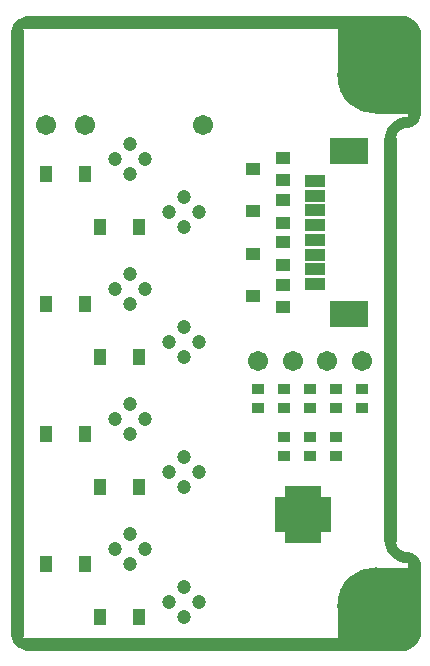
<source format=gbr>
G04*
G04 #@! TF.GenerationSoftware,Altium Limited,Altium Designer,24.1.2 (44)*
G04*
G04 Layer_Color=16711935*
%FSLAX44Y44*%
%MOMM*%
G71*
G04*
G04 #@! TF.SameCoordinates,1B47F422-010E-43AE-BF46-818BA779A623*
G04*
G04*
G04 #@! TF.FilePolarity,Negative*
G04*
G01*
G75*
%ADD13C,0.8890*%
%ADD14C,1.0922*%
%ADD15R,3.3586X3.3626*%
%ADD16R,6.5336X4.6587*%
%ADD17R,3.3782X3.3587*%
%ADD18R,3.3565X6.5340*%
%ADD19C,1.2032*%
%ADD20C,6.5532*%
%ADD21C,0.8032*%
%ADD42R,1.0032X0.9032*%
%ADD43C,1.7032*%
%ADD44R,1.1132X1.4232*%
%ADD45R,1.1132X1.4232*%
%ADD46R,1.1532X1.1032*%
%ADD47R,1.8032X1.0032*%
%ADD48R,3.2032X2.3032*%
G36*
X261853Y129046D02*
X270877D01*
Y124046D01*
Y119046D01*
X261853D01*
Y119046D01*
X270877D01*
Y114046D01*
Y109046D01*
X261853D01*
Y109046D01*
X270877D01*
Y104046D01*
Y99046D01*
X261853D01*
Y90022D01*
X251853D01*
Y99046D01*
X251853D01*
Y90022D01*
X241853D01*
Y99046D01*
X241853D01*
Y90022D01*
X231853D01*
Y99046D01*
X222829D01*
Y104046D01*
Y109046D01*
X231853D01*
Y109046D01*
X222829D01*
Y114046D01*
Y119046D01*
X231853D01*
Y119046D01*
X222829D01*
Y124046D01*
Y129046D01*
X231853D01*
Y138070D01*
X241853D01*
Y129046D01*
X241853D01*
Y138070D01*
X251853D01*
Y129046D01*
X251853D01*
Y138070D01*
X261853D01*
Y129046D01*
D02*
G37*
G36*
X339667Y45359D02*
X339687Y45359D01*
X339732Y45353D01*
X339779Y45350D01*
X339799Y45346D01*
X339819Y45343D01*
X339864Y45332D01*
X339909Y45322D01*
X339928Y45316D01*
X339948Y45311D01*
X339992Y45293D01*
X340035Y45278D01*
X340053Y45269D01*
X340072Y45261D01*
X340112Y45239D01*
X340154Y45218D01*
X340171Y45206D01*
X340188Y45196D01*
X340225Y45169D01*
X340264Y45142D01*
X340279Y45129D01*
X340295Y45117D01*
X340328Y45085D01*
X340363Y45054D01*
X340376Y45038D01*
X340391Y45024D01*
X340419Y44988D01*
X340449Y44952D01*
X340461Y44935D01*
X340473Y44919D01*
X340497Y44880D01*
X340522Y44841D01*
X340531Y44823D01*
X340541Y44805D01*
X340560Y44763D01*
X340580Y44721D01*
X340586Y44701D01*
X340594Y44683D01*
X340607Y44638D01*
X340621Y44594D01*
X342545Y37071D01*
X342549Y37048D01*
X342555Y37025D01*
X344639Y26962D01*
X344644Y26932D01*
X344650Y26902D01*
X345505Y21009D01*
X345508Y20977D01*
X345512Y20946D01*
X345940Y15705D01*
X345940Y15675D01*
X345943Y15645D01*
X345996Y13270D01*
X345994Y13228D01*
X345995Y13186D01*
X345992Y13161D01*
X345990Y13137D01*
X345983Y13096D01*
X345978Y13054D01*
X345972Y13030D01*
X345967Y13005D01*
X345955Y12965D01*
X345944Y12925D01*
X345935Y12902D01*
X345928Y12878D01*
X345910Y12840D01*
X345894Y12802D01*
X345882Y12780D01*
X345871Y12758D01*
X345849Y12722D01*
X345828Y12686D01*
X345813Y12666D01*
X345800Y12645D01*
X345773Y12613D01*
X345748Y12580D01*
X345730Y12562D01*
X345714Y12543D01*
X345684Y12515D01*
X345654Y12485D01*
X345634Y12470D01*
X345616Y12453D01*
X345582Y12429D01*
X345549Y12404D01*
X345527Y12391D01*
X345507Y12377D01*
X345470Y12357D01*
X345434Y12336D01*
X345411Y12327D01*
X345389Y12315D01*
X345350Y12301D01*
X345311Y12284D01*
X345287Y12278D01*
X345264Y12269D01*
X345223Y12260D01*
X345183Y12249D01*
X336293Y10426D01*
X336292Y10426D01*
X336292Y10426D01*
X336213Y10415D01*
X336161Y10408D01*
X336161D01*
X336160Y10408D01*
X336066Y10407D01*
X336028Y10407D01*
X336027Y10407D01*
X336027D01*
X335954Y10417D01*
X335896Y10424D01*
X335895Y10424D01*
X335895Y10424D01*
X335822Y10443D01*
X335767Y10458D01*
X335766Y10458D01*
X335766Y10458D01*
X335694Y10487D01*
X335643Y10508D01*
X335643Y10508D01*
X335643Y10508D01*
X335589Y10539D01*
X335528Y10574D01*
X335527Y10574D01*
X335527Y10574D01*
X335468Y10619D01*
X335421Y10654D01*
X335421Y10654D01*
X335421Y10655D01*
X335362Y10713D01*
X335327Y10748D01*
X335327Y10748D01*
X335326Y10748D01*
X335284Y10803D01*
X335245Y10853D01*
X335245Y10853D01*
X335245Y10854D01*
X335210Y10913D01*
X335178Y10968D01*
X335178Y10968D01*
X335177Y10969D01*
X335153Y11028D01*
X335126Y11091D01*
X335126Y11091D01*
X335126Y11091D01*
X335112Y11143D01*
X335091Y11219D01*
X335091Y11219D01*
X335091Y11220D01*
X335082Y11284D01*
X335073Y11351D01*
Y11351D01*
X335073Y11352D01*
X335008Y12264D01*
X334861Y12800D01*
X334705Y13043D01*
X334569Y13132D01*
X334302Y13173D01*
X333777Y13088D01*
X333006Y12793D01*
X332368Y12445D01*
X332047Y11884D01*
X331721Y11113D01*
X331604Y10578D01*
X331625Y10310D01*
X331679Y10211D01*
X331837Y10097D01*
X332268Y9967D01*
X333078Y9905D01*
X333120Y9899D01*
X333163Y9895D01*
X333186Y9890D01*
X333210Y9886D01*
X333251Y9875D01*
X333293Y9865D01*
X333315Y9857D01*
X333338Y9851D01*
X333377Y9834D01*
X333417Y9819D01*
X333439Y9808D01*
X333461Y9798D01*
X333497Y9777D01*
X333535Y9757D01*
X333555Y9742D01*
X333575Y9730D01*
X333609Y9704D01*
X333644Y9679D01*
X333661Y9663D01*
X333680Y9648D01*
X333710Y9618D01*
X333741Y9589D01*
X333756Y9570D01*
X333773Y9553D01*
X333799Y9519D01*
X333826Y9486D01*
X333839Y9466D01*
X333853Y9446D01*
X333874Y9409D01*
X333897Y9373D01*
X333907Y9351D01*
X333918Y9330D01*
X333934Y9290D01*
X333952Y9252D01*
X333959Y9229D01*
X333968Y9207D01*
X333979Y9165D01*
X333991Y9125D01*
X333995Y9101D01*
X334001Y9078D01*
X334006Y9035D01*
X334013Y8993D01*
X334014Y8969D01*
X334017Y8946D01*
X334016Y8903D01*
X334018Y8860D01*
X334016Y8836D01*
X334016Y8812D01*
X334009Y8770D01*
X334005Y8727D01*
X332569Y-162D01*
X332555Y-222D01*
X332541Y-286D01*
X332539Y-289D01*
X332539Y-292D01*
X332517Y-351D01*
X332495Y-411D01*
X332494Y-414D01*
X332492Y-417D01*
X332461Y-476D01*
X332433Y-529D01*
X332432Y-532D01*
X332430Y-535D01*
X332393Y-587D01*
X332357Y-638D01*
X332355Y-640D01*
X332353Y-643D01*
X332310Y-689D01*
X332267Y-736D01*
X332264Y-738D01*
X332262Y-741D01*
X332215Y-780D01*
X332165Y-822D01*
X332162Y-824D01*
X332159Y-826D01*
X332107Y-858D01*
X332052Y-893D01*
X332049Y-895D01*
X332046Y-896D01*
X331992Y-921D01*
X331932Y-949D01*
X331928Y-950D01*
X331925Y-952D01*
X331867Y-970D01*
X331805Y-989D01*
X331801Y-990D01*
X331798Y-991D01*
X331734Y-1001D01*
X331673Y-1012D01*
X331670Y-1012D01*
X331667Y-1013D01*
X331605Y-1015D01*
X331540Y-1018D01*
X329162Y-964D01*
X329132Y-961D01*
X329102Y-961D01*
X323863Y-529D01*
X323831Y-524D01*
X323799Y-522D01*
X317917Y342D01*
X317887Y348D01*
X317856Y353D01*
X307826Y2457D01*
X307803Y2464D01*
X307780Y2468D01*
X300289Y4411D01*
X300244Y4426D01*
X300199Y4439D01*
X300181Y4447D01*
X300162Y4453D01*
X300120Y4473D01*
X300077Y4492D01*
X300060Y4502D01*
X300042Y4511D01*
X300003Y4536D01*
X299963Y4561D01*
X299947Y4573D01*
X299931Y4584D01*
X299895Y4615D01*
X299859Y4644D01*
X299845Y4658D01*
X299830Y4671D01*
X299799Y4706D01*
X299766Y4740D01*
X299755Y4756D01*
X299742Y4770D01*
X299715Y4809D01*
X299687Y4847D01*
X299678Y4864D01*
X299667Y4881D01*
X299646Y4922D01*
X299623Y4964D01*
X299616Y4982D01*
X299607Y4999D01*
X299591Y5044D01*
X299574Y5088D01*
X299569Y5107D01*
X299563Y5125D01*
X299553Y5171D01*
X299542Y5217D01*
X299540Y5236D01*
X299536Y5256D01*
X299533Y5303D01*
X299527Y5349D01*
X299528Y5369D01*
X299526Y5389D01*
X299529Y5436D01*
X299530Y5482D01*
X299533Y5502D01*
X299534Y5521D01*
X299543Y5567D01*
X299550Y5614D01*
X299555Y5633D01*
X299559Y5652D01*
X299573Y5697D01*
X299587Y5742D01*
X299594Y5760D01*
X299601Y5779D01*
X299621Y5821D01*
X299640Y5864D01*
X299650Y5881D01*
X299659Y5899D01*
X299684Y5938D01*
X299709Y5978D01*
X299721Y5993D01*
X299732Y6010D01*
X299762Y6046D01*
X299792Y6082D01*
X299806Y6096D01*
X299819Y6111D01*
X299853Y6142D01*
X299888Y6175D01*
X299904Y6187D01*
X299918Y6199D01*
X299957Y6226D01*
X299995Y6254D01*
X300012Y6263D01*
X300028Y6274D01*
X300070Y6295D01*
X300111Y6318D01*
X300130Y6325D01*
X300147Y6334D01*
X300191Y6350D01*
X300235Y6367D01*
X329259Y15611D01*
X338666Y44656D01*
X338683Y44699D01*
X338698Y44742D01*
X338708Y44760D01*
X338715Y44779D01*
X338738Y44820D01*
X338759Y44861D01*
X338770Y44878D01*
X338780Y44896D01*
X338808Y44932D01*
X338834Y44971D01*
X338848Y44986D01*
X338860Y45002D01*
X338892Y45035D01*
X338923Y45070D01*
X338938Y45083D01*
X338952Y45098D01*
X338989Y45126D01*
X339024Y45157D01*
X339041Y45168D01*
X339057Y45181D01*
X339097Y45204D01*
X339136Y45229D01*
X339154Y45238D01*
X339171Y45249D01*
X339214Y45267D01*
X339256Y45287D01*
X339275Y45293D01*
X339294Y45301D01*
X339338Y45314D01*
X339382Y45328D01*
X339403Y45332D01*
X339422Y45338D01*
X339467Y45344D01*
X339513Y45353D01*
X339534Y45354D01*
X339554Y45357D01*
X339600Y45357D01*
X339646Y45360D01*
X339667Y45359D01*
D02*
G37*
D13*
X334968Y446445D02*
X332468Y446221D01*
X330045Y445568D01*
X327771Y444505D01*
X325715Y443065D01*
X323940Y441290D01*
X322499Y439235D01*
X321435Y436962D01*
X320781Y434538D01*
X320556Y432038D01*
X320555Y92000D02*
X320774Y89492D01*
X321426Y87059D01*
X322490Y84777D01*
X323935Y82715D01*
X325715Y80934D01*
X327777Y79490D01*
X330060Y78426D01*
X332492Y77775D01*
X335000Y77555D01*
X12000Y530555D02*
X9665Y530185D01*
X7559Y529112D01*
X5888Y527441D01*
X4815Y525335D01*
X4445Y523000D01*
X340554Y452520D02*
X340523Y451758D01*
X335010Y446445D02*
X337621Y447102D01*
X339617Y448909D01*
X340528Y451443D01*
X333000Y4445D02*
X335758Y4966D01*
X338135Y6458D01*
X339803Y8714D01*
X340533Y11424D01*
Y72491D02*
X339638Y75057D01*
X337634Y76891D01*
X335000Y77555D01*
X4445Y12000D02*
X4815Y9665D01*
X5888Y7559D01*
X7559Y5888D01*
X9665Y4815D01*
X12000Y4445D01*
X340533Y523583D02*
X339801Y526290D01*
X338132Y528545D01*
X335756Y530034D01*
X333000Y530555D01*
D14*
X12000Y4445D02*
X333000D01*
X320555Y92000D02*
Y431903D01*
X12000Y530555D02*
X333000D01*
X340533Y11424D02*
Y72491D01*
X340554Y452520D02*
Y523163D01*
X4445Y12000D02*
Y523000D01*
D15*
X324777Y470203D02*
D03*
D16*
X308902Y508278D02*
D03*
D17*
X293125Y20222D02*
D03*
D18*
X324767Y36099D02*
D03*
D19*
X100500Y71800D02*
D03*
X87800Y84500D02*
D03*
X113200D02*
D03*
X100500Y97200D02*
D03*
X146300Y27100D02*
D03*
X133600Y39800D02*
D03*
X159000D02*
D03*
X146300Y52500D02*
D03*
X100500Y427200D02*
D03*
X113200Y414500D02*
D03*
X87800D02*
D03*
X100500Y401800D02*
D03*
X146300Y382500D02*
D03*
X159000Y369800D02*
D03*
X133600D02*
D03*
X146300Y357100D02*
D03*
X100500Y317200D02*
D03*
X113200Y304500D02*
D03*
X87800D02*
D03*
X100500Y291800D02*
D03*
X146300Y272500D02*
D03*
X159000Y259800D02*
D03*
X133600D02*
D03*
X146300Y247100D02*
D03*
X100500Y207200D02*
D03*
X113200Y194500D02*
D03*
X87800D02*
D03*
X100500Y181800D02*
D03*
X146300Y162500D02*
D03*
X159000Y149800D02*
D03*
X133600D02*
D03*
X146300Y137100D02*
D03*
X325164Y469836D02*
D03*
X292836D02*
D03*
Y502164D02*
D03*
X325164D02*
D03*
X331860Y486000D02*
D03*
X309000Y463140D02*
D03*
X286140Y486000D02*
D03*
X309000Y508860D02*
D03*
X325164Y19835D02*
D03*
X292836D02*
D03*
Y52165D02*
D03*
X325164D02*
D03*
X331860Y36000D02*
D03*
X309000Y13140D02*
D03*
X286140Y36000D02*
D03*
X309000Y58860D02*
D03*
D20*
Y486000D02*
D03*
Y36000D02*
D03*
D21*
X333114Y530371D02*
D03*
X317114Y530356D02*
D03*
X301114D02*
D03*
X285114D02*
D03*
X269114D02*
D03*
X253114D02*
D03*
X237114D02*
D03*
X221114D02*
D03*
X205114D02*
D03*
X189114D02*
D03*
X173114D02*
D03*
X157114D02*
D03*
X141114D02*
D03*
X125114D02*
D03*
X109114D02*
D03*
X93114D02*
D03*
X77114D02*
D03*
X61114D02*
D03*
X45114D02*
D03*
X29114D02*
D03*
X13114D02*
D03*
X4644Y516782D02*
D03*
Y500782D02*
D03*
Y484782D02*
D03*
Y468782D02*
D03*
Y452782D02*
D03*
Y436782D02*
D03*
Y420782D02*
D03*
Y404782D02*
D03*
Y388782D02*
D03*
Y372782D02*
D03*
Y356782D02*
D03*
Y340782D02*
D03*
Y324782D02*
D03*
Y308782D02*
D03*
Y292782D02*
D03*
Y276782D02*
D03*
Y260782D02*
D03*
Y244782D02*
D03*
Y228782D02*
D03*
Y212782D02*
D03*
Y196782D02*
D03*
Y180782D02*
D03*
Y164782D02*
D03*
Y148782D02*
D03*
Y132782D02*
D03*
Y116782D02*
D03*
Y100782D02*
D03*
Y84782D02*
D03*
Y68782D02*
D03*
Y52782D02*
D03*
Y36782D02*
D03*
Y20782D02*
D03*
X8860Y5348D02*
D03*
X24845Y4644D02*
D03*
X40845D02*
D03*
X56845D02*
D03*
X72845D02*
D03*
X88845D02*
D03*
X104845D02*
D03*
X120845D02*
D03*
X136845D02*
D03*
X152845D02*
D03*
X168845D02*
D03*
X184845D02*
D03*
X200845D02*
D03*
X216845D02*
D03*
X232845D02*
D03*
X248845D02*
D03*
X264845D02*
D03*
X280845D02*
D03*
X340335Y63779D02*
D03*
X332650Y77812D02*
D03*
X321004Y88783D02*
D03*
X320356Y104770D02*
D03*
Y120770D02*
D03*
Y136770D02*
D03*
Y152770D02*
D03*
Y168770D02*
D03*
Y184770D02*
D03*
Y200770D02*
D03*
Y216770D02*
D03*
Y232770D02*
D03*
Y248770D02*
D03*
Y264770D02*
D03*
Y280770D02*
D03*
Y296770D02*
D03*
Y312770D02*
D03*
Y328770D02*
D03*
Y344770D02*
D03*
Y360770D02*
D03*
Y376770D02*
D03*
Y392770D02*
D03*
Y408770D02*
D03*
Y424770D02*
D03*
X323615Y440435D02*
D03*
X337961Y447520D02*
D03*
X340355Y463340D02*
D03*
Y511339D02*
D03*
D42*
X274696Y163196D02*
D03*
Y179196D02*
D03*
X208788Y204390D02*
D03*
Y220390D02*
D03*
X252725Y179206D02*
D03*
Y163206D02*
D03*
X230759D02*
D03*
Y179206D02*
D03*
X252730Y204390D02*
D03*
Y220390D02*
D03*
X230749Y220380D02*
D03*
Y204380D02*
D03*
X274701Y220390D02*
D03*
Y204390D02*
D03*
X296672Y220390D02*
D03*
Y204390D02*
D03*
D43*
Y244179D02*
D03*
X208788D02*
D03*
X267377D02*
D03*
X238083D02*
D03*
X61850Y443540D02*
D03*
X29150D02*
D03*
X162560D02*
D03*
D44*
X61850Y71800D02*
D03*
X107650Y137100D02*
D03*
X61850Y401800D02*
D03*
Y181800D02*
D03*
X107650Y357100D02*
D03*
Y247100D02*
D03*
X61850Y291800D02*
D03*
X107650Y27100D02*
D03*
D45*
X29150Y71800D02*
D03*
X74950Y137100D02*
D03*
X29150Y401800D02*
D03*
Y181800D02*
D03*
X74950Y357100D02*
D03*
Y247100D02*
D03*
X29150Y291800D02*
D03*
X74950Y27100D02*
D03*
D46*
X229708Y396954D02*
D03*
X204708Y406454D02*
D03*
X229708Y415954D02*
D03*
X229708Y361037D02*
D03*
X204708Y370537D02*
D03*
X229708Y380037D02*
D03*
Y325121D02*
D03*
X204708Y334621D02*
D03*
X229708Y344121D02*
D03*
Y289204D02*
D03*
X204708Y298704D02*
D03*
X229708Y308204D02*
D03*
D47*
X256794Y308848D02*
D03*
Y321348D02*
D03*
Y333848D02*
D03*
Y346348D02*
D03*
Y396348D02*
D03*
Y383848D02*
D03*
Y358848D02*
D03*
Y371348D02*
D03*
D48*
X285794Y283348D02*
D03*
Y421848D02*
D03*
M02*

</source>
